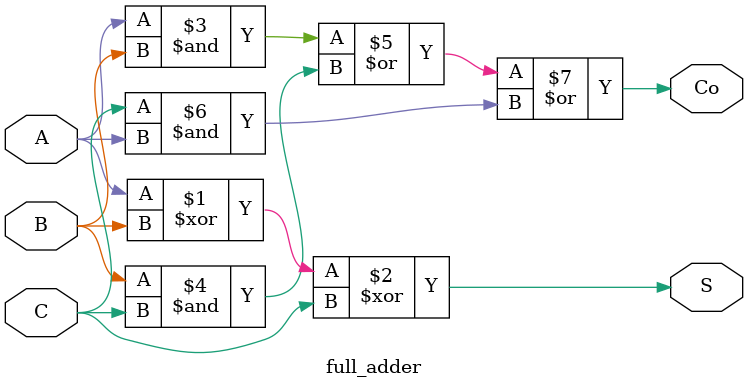
<source format=v>
`timescale 1ns / 1ps


module full_adder(
    output S,
    output Co,
    input A,
    input B,
    input C);
    //wire A,B,C,S,Co;
    assign S=(A^B)^C;
    assign Co=(A&B)|(B&C)|(C&A);
endmodule

</source>
